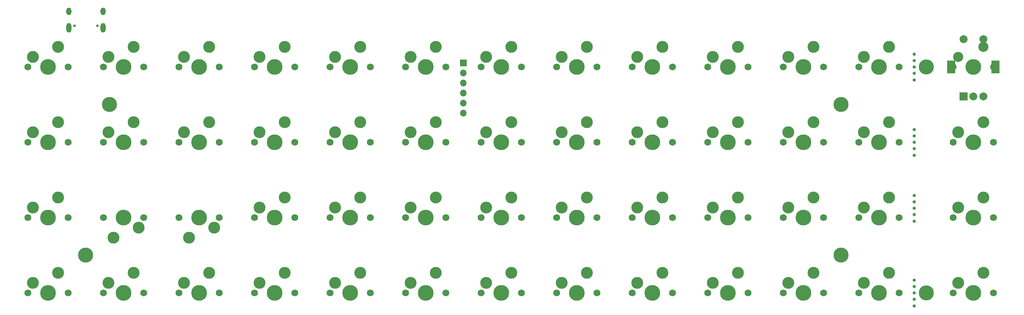
<source format=gts>
G04 #@! TF.GenerationSoftware,KiCad,Pcbnew,(6.0.5-0)*
G04 #@! TF.CreationDate,2022-06-05T11:18:53-05:00*
G04 #@! TF.ProjectId,pcb,7063622e-6b69-4636-9164-5f7063625858,rev?*
G04 #@! TF.SameCoordinates,Original*
G04 #@! TF.FileFunction,Soldermask,Top*
G04 #@! TF.FilePolarity,Negative*
%FSLAX46Y46*%
G04 Gerber Fmt 4.6, Leading zero omitted, Abs format (unit mm)*
G04 Created by KiCad (PCBNEW (6.0.5-0)) date 2022-06-05 11:18:53*
%MOMM*%
%LPD*%
G01*
G04 APERTURE LIST*
%ADD10C,0.650000*%
%ADD11O,1.300000X2.400000*%
%ADD12O,1.300000X1.900000*%
%ADD13C,0.800000*%
%ADD14C,1.750000*%
%ADD15C,3.000000*%
%ADD16C,3.987800*%
%ADD17R,2.000000X2.000000*%
%ADD18C,2.000000*%
%ADD19R,2.000000X3.200000*%
%ADD20C,3.800000*%
%ADD21C,1.701800*%
%ADD22C,2.540000*%
%ADD23O,1.700000X1.700000*%
%ADD24R,1.700000X1.700000*%
G04 APERTURE END LIST*
D10*
X93549825Y-42763877D03*
X99329825Y-42763877D03*
D11*
X92139825Y-43314877D03*
X100739825Y-43314877D03*
D12*
X100739825Y-39114877D03*
X92139825Y-39114877D03*
D13*
X305370104Y-49993950D03*
X305370104Y-56493950D03*
X305370104Y-51593950D03*
X305370104Y-54793950D03*
X305370104Y-53193950D03*
X305370104Y-72243966D03*
X305370104Y-70643966D03*
X305370104Y-75543966D03*
X305370104Y-73843966D03*
X305370104Y-69043966D03*
X305370104Y-92212730D03*
X305370104Y-87312730D03*
X305370104Y-90512730D03*
X305370104Y-88912730D03*
X305370104Y-85712730D03*
X305370104Y-108743998D03*
X305370104Y-113643998D03*
X305370104Y-110343998D03*
X305370104Y-107143998D03*
X305370104Y-111943998D03*
D14*
X119910225Y-53193950D03*
D15*
X127530225Y-48113950D03*
X121180225Y-50653950D03*
D14*
X130070225Y-53193950D03*
D16*
X124990225Y-53193950D03*
D15*
X203730225Y-48113950D03*
D14*
X196110225Y-53193950D03*
D15*
X197380225Y-50653950D03*
D16*
X201190225Y-53193950D03*
D14*
X206270225Y-53193950D03*
X177060225Y-53193950D03*
X187220225Y-53193950D03*
D15*
X184680225Y-48113950D03*
X178330225Y-50653950D03*
D16*
X182140225Y-53193950D03*
D14*
X168170225Y-53193950D03*
D16*
X163090225Y-53193950D03*
D14*
X158010225Y-53193950D03*
D15*
X159280225Y-50653950D03*
X165630225Y-48113950D03*
D16*
X86890225Y-53193950D03*
D14*
X81810225Y-53193950D03*
D15*
X83080225Y-50653950D03*
X89430225Y-48113950D03*
D14*
X91970225Y-53193950D03*
D16*
X220240225Y-53193950D03*
D14*
X215160225Y-53193950D03*
D15*
X216430225Y-50653950D03*
D14*
X225320225Y-53193950D03*
D15*
X222780225Y-48113950D03*
D16*
X239290225Y-53193950D03*
D14*
X234210225Y-53193950D03*
X244370225Y-53193950D03*
D15*
X241830225Y-48113950D03*
X235480225Y-50653950D03*
D14*
X91970225Y-72243950D03*
X81810225Y-72243950D03*
D15*
X83080225Y-69703950D03*
X89430225Y-67163950D03*
D16*
X86890225Y-72243950D03*
D15*
X102130225Y-69703950D03*
X108480225Y-67163950D03*
D16*
X105940225Y-72243950D03*
D14*
X100860225Y-72243950D03*
X111020225Y-72243950D03*
X138965399Y-72243950D03*
D16*
X144045399Y-72243950D03*
D14*
X149125399Y-72243950D03*
D15*
X146585399Y-67163950D03*
X140235399Y-69703950D03*
X273580225Y-50653950D03*
D14*
X282470225Y-53193950D03*
D15*
X279930225Y-48113950D03*
D16*
X277390225Y-53193950D03*
D14*
X272310225Y-53193950D03*
X158010225Y-72243950D03*
D16*
X163090225Y-72243950D03*
D14*
X168170225Y-72243950D03*
D15*
X159280225Y-69703950D03*
X165630225Y-67163950D03*
D14*
X177060225Y-72243950D03*
D15*
X184680225Y-67163950D03*
D14*
X187220225Y-72243950D03*
D15*
X178330225Y-69703950D03*
D16*
X182140225Y-72243950D03*
X201190225Y-72243950D03*
D14*
X196110225Y-72243950D03*
D15*
X203730225Y-67163950D03*
X197380225Y-69703950D03*
D14*
X206270225Y-72243950D03*
D16*
X105940225Y-110343950D03*
D14*
X100860225Y-110343950D03*
D15*
X102130225Y-107803950D03*
D14*
X111020225Y-110343950D03*
D15*
X108480225Y-105263950D03*
D16*
X124990225Y-110343950D03*
D15*
X121180225Y-107803950D03*
D14*
X119910225Y-110343950D03*
D15*
X127530225Y-105263950D03*
D14*
X130070225Y-110343950D03*
X149120225Y-110343950D03*
D16*
X144040225Y-110343950D03*
D15*
X146580225Y-105263950D03*
D14*
X138960225Y-110343950D03*
D15*
X140230225Y-107803950D03*
X159280225Y-107803950D03*
D14*
X168170225Y-110343950D03*
D16*
X163090225Y-110343950D03*
D15*
X165630225Y-105263950D03*
D14*
X158010225Y-110343950D03*
X177060225Y-110343950D03*
D15*
X178330225Y-107803950D03*
D14*
X187220225Y-110343950D03*
D16*
X182140225Y-110343950D03*
D15*
X184680225Y-105263950D03*
D14*
X225320225Y-110343950D03*
D15*
X216430225Y-107803950D03*
D16*
X220240225Y-110343950D03*
D14*
X215160225Y-110343950D03*
D15*
X222780225Y-105263950D03*
X235480225Y-107803950D03*
D14*
X244370225Y-110343950D03*
X234210225Y-110343950D03*
D15*
X241830225Y-105263950D03*
D16*
X239290225Y-110343950D03*
X258340225Y-110343950D03*
D15*
X254530225Y-107803950D03*
D14*
X253260225Y-110343950D03*
D15*
X260880225Y-105263950D03*
D14*
X263420225Y-110343950D03*
D15*
X279930225Y-105263950D03*
D16*
X277390225Y-110343950D03*
D15*
X273580225Y-107803950D03*
D14*
X272310225Y-110343950D03*
X282470225Y-110343950D03*
X196110225Y-110343950D03*
D15*
X203730225Y-105263950D03*
X197380225Y-107803950D03*
D16*
X201190225Y-110343950D03*
D14*
X206270225Y-110343950D03*
X282470225Y-91293950D03*
D15*
X279930225Y-86213950D03*
D16*
X277390225Y-91293950D03*
D15*
X273580225Y-88753950D03*
D14*
X272310225Y-91293950D03*
D15*
X254530225Y-88753950D03*
D16*
X258340225Y-91293950D03*
D15*
X260880225Y-86213950D03*
D14*
X263420225Y-91293950D03*
X253260225Y-91293950D03*
D15*
X222780225Y-86213950D03*
D14*
X215160225Y-91293950D03*
D16*
X220240225Y-91293950D03*
D14*
X225320225Y-91293950D03*
D15*
X216430225Y-88753950D03*
D14*
X187220225Y-91293950D03*
X177060225Y-91293950D03*
D15*
X178330225Y-88753950D03*
D16*
X182140225Y-91293950D03*
D15*
X184680225Y-86213950D03*
X146580225Y-86213950D03*
D16*
X144040225Y-91293950D03*
D14*
X149120225Y-91293950D03*
X138960225Y-91293950D03*
D15*
X140230225Y-88753950D03*
D14*
X81810225Y-91293950D03*
D16*
X86890225Y-91293950D03*
D15*
X89430225Y-86213950D03*
X83080225Y-88753950D03*
D14*
X91970225Y-91293950D03*
X168170225Y-91293950D03*
D16*
X163090225Y-91293950D03*
D14*
X158010225Y-91293950D03*
D15*
X159280225Y-88753950D03*
X165630225Y-86213950D03*
X298980225Y-67163950D03*
D16*
X296440225Y-72243950D03*
D14*
X291360225Y-72243950D03*
D15*
X292630225Y-69703950D03*
D14*
X301520225Y-72243950D03*
D15*
X128800225Y-93833950D03*
D14*
X130070225Y-91293950D03*
D15*
X122450225Y-96373950D03*
D16*
X124990225Y-91293950D03*
D14*
X119910225Y-91293950D03*
X100860225Y-91293950D03*
D16*
X105940225Y-91293950D03*
D15*
X103400225Y-96373950D03*
X109750225Y-93833950D03*
D14*
X111020225Y-91293950D03*
D15*
X254530225Y-69703950D03*
D14*
X263420225Y-72243950D03*
D16*
X258340225Y-72243950D03*
D14*
X253260225Y-72243950D03*
D15*
X260880225Y-67163950D03*
D14*
X244370225Y-72243950D03*
D15*
X235480225Y-69703950D03*
D16*
X239290225Y-72243950D03*
D14*
X234210225Y-72243950D03*
D15*
X241830225Y-67163950D03*
D14*
X272310225Y-72243950D03*
D15*
X273580225Y-69703950D03*
D14*
X282470225Y-72243950D03*
D15*
X279930225Y-67163950D03*
D16*
X277390225Y-72243950D03*
D15*
X298980225Y-105263950D03*
X292630225Y-107803950D03*
D16*
X296440225Y-110343950D03*
D14*
X301520225Y-110343950D03*
X291360225Y-110343950D03*
X301520225Y-91293950D03*
D16*
X296440225Y-91293950D03*
D15*
X298980225Y-86213950D03*
X292630225Y-88753950D03*
D14*
X291360225Y-91293950D03*
D15*
X292630225Y-50653950D03*
D14*
X301520225Y-53193950D03*
D16*
X296440225Y-53193950D03*
D14*
X291360225Y-53193950D03*
D15*
X298980225Y-48113950D03*
D17*
X317752725Y-60693950D03*
D18*
X322752725Y-60693950D03*
X320252725Y-60693950D03*
D19*
X314652725Y-53193950D03*
X325852725Y-53193950D03*
D18*
X322752725Y-46193950D03*
X317752725Y-46193950D03*
D14*
X111020225Y-53193950D03*
X100860225Y-53193950D03*
D15*
X108480225Y-48113950D03*
D16*
X105940225Y-53193950D03*
D15*
X102130225Y-50653950D03*
D14*
X149120225Y-53193950D03*
D15*
X140230225Y-50653950D03*
D14*
X138960225Y-53193950D03*
D16*
X144040225Y-53193950D03*
D15*
X146580225Y-48113950D03*
D14*
X315172785Y-110344230D03*
X325332785Y-110344230D03*
D16*
X320252785Y-110344230D03*
D15*
X316442785Y-107804230D03*
X322792785Y-105264230D03*
X322792785Y-67164070D03*
D14*
X325332785Y-72244070D03*
X315172785Y-72244070D03*
D16*
X320252785Y-72244070D03*
D15*
X316442785Y-69704070D03*
D14*
X315172785Y-91294150D03*
D15*
X322792785Y-86214150D03*
D14*
X325332785Y-91294150D03*
D16*
X320252785Y-91294150D03*
D15*
X316442785Y-88754150D03*
D16*
X201190225Y-91293950D03*
D15*
X197380225Y-88753950D03*
D14*
X206270225Y-91293950D03*
X196110225Y-91293950D03*
D15*
X203730225Y-86213950D03*
D16*
X239290225Y-91293950D03*
D14*
X234210225Y-91293950D03*
D15*
X241830225Y-86213950D03*
D14*
X244370225Y-91293950D03*
D15*
X235480225Y-88753950D03*
D16*
X86890225Y-110343950D03*
D15*
X89430225Y-105263950D03*
D14*
X91970225Y-110343950D03*
X81810225Y-110343950D03*
D15*
X83080225Y-107803950D03*
D14*
X263420225Y-53193950D03*
X253260225Y-53193950D03*
D16*
X258340225Y-53193950D03*
D15*
X260880225Y-48113950D03*
X254530225Y-50653950D03*
D14*
X119910225Y-72243950D03*
D15*
X121180225Y-69703950D03*
X127530225Y-67163950D03*
D16*
X124990225Y-72243950D03*
D14*
X130070225Y-72243950D03*
D15*
X216430225Y-69703950D03*
D16*
X220240225Y-72243950D03*
D14*
X225320225Y-72243950D03*
D15*
X222780225Y-67163950D03*
D14*
X215160225Y-72243950D03*
D20*
X308346669Y-110344006D03*
X286915401Y-62718966D03*
X102368371Y-62718966D03*
X286915401Y-100818998D03*
X96415241Y-100818998D03*
D16*
X320252725Y-53193950D03*
D21*
X315172725Y-53193950D03*
X325332725Y-53193950D03*
D22*
X316442725Y-50653950D03*
X322792725Y-48113950D03*
D20*
X308346661Y-53193950D03*
D23*
X191665313Y-64901767D03*
X191665313Y-54741767D03*
X191665313Y-59821767D03*
X191665313Y-62361767D03*
X191665313Y-57281767D03*
D24*
X191665313Y-52201767D03*
M02*

</source>
